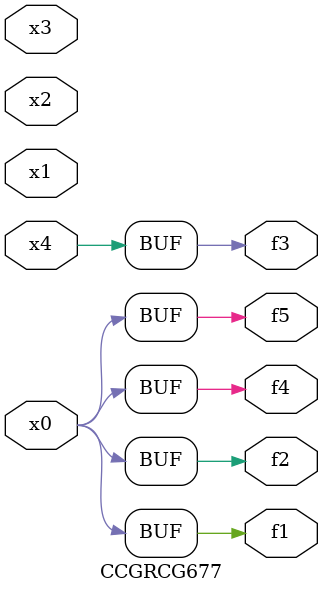
<source format=v>
module CCGRCG677(
	input x0, x1, x2, x3, x4,
	output f1, f2, f3, f4, f5
);
	assign f1 = x0;
	assign f2 = x0;
	assign f3 = x4;
	assign f4 = x0;
	assign f5 = x0;
endmodule

</source>
